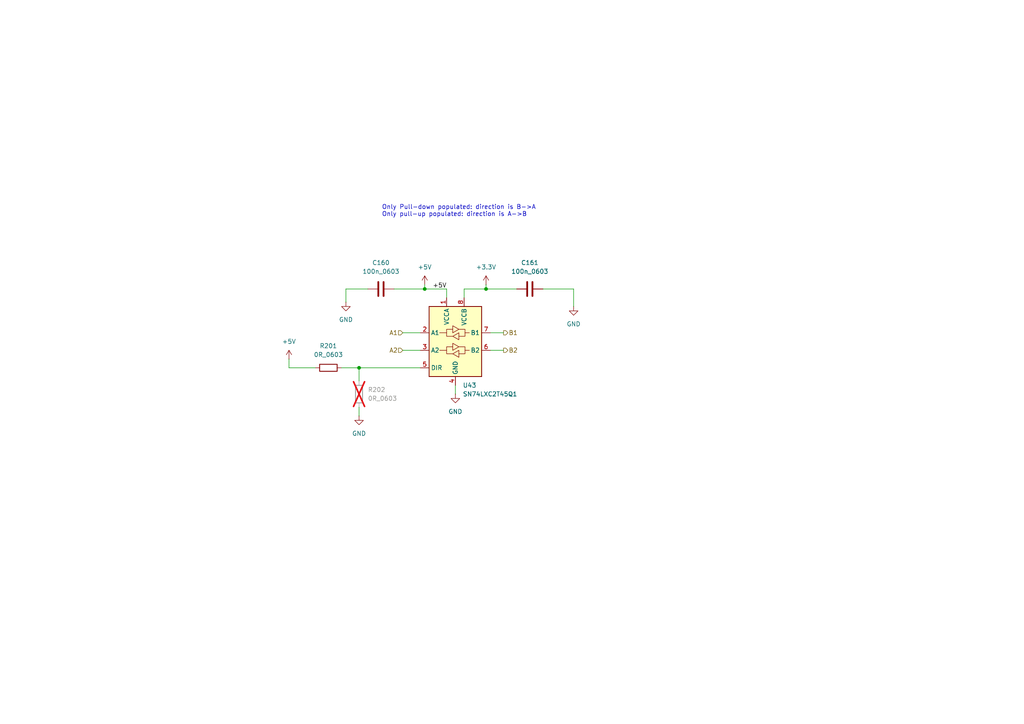
<source format=kicad_sch>
(kicad_sch (version 20250114) (generator "eeschema") (generator_version "9.0")
  (paper "A4")
  (lib_symbols
    (symbol "MYLIB_Misc:SN74LXC2T45Q1"
      (property "Reference" "U" (at -6.35 12.7 0))
      (property "Value" "SN74LXC2T45Q1" (at 11.684 11.684 0))
      (symbol "SN74LXC2T45Q1_0_1"
        (rectangle (start -7.62 10.16) (end 7.62 -10.16) (stroke (width 0.254)) (fill (type background)))
        (polyline (pts (xy -2.54 2.54) (xy -2.54 3.556) (xy -0.762 3.556)))
        (polyline (pts (xy -0.762 2.54) (xy -0.762 4.572) (xy 1.016 3.556) (xy -0.762 2.54)))
        (polyline (pts (xy -0.762 1.524) (xy -2.54 1.524) (xy -2.54 2.54) (xy -4.572 2.54)))
        (polyline (pts (xy 1.016 3.556) (xy 2.794 3.556) (xy 2.794 2.54) (xy 4.064 2.54)))
        (polyline (pts (xy 1.016 2.54) (xy 1.016 0.762) (xy 1.016 0.508) (xy -0.762 1.524) (xy 1.016 2.54)))
        (polyline (pts (xy 2.794 2.54) (xy 2.794 1.524) (xy 1.016 1.524)))
      )
      (symbol "SN74LXC2T45Q1_1_1"
        (polyline (pts (xy -2.54 -2.54) (xy -2.54 -1.524) (xy -0.762 -1.524)))
        (polyline (pts (xy -0.762 -2.54) (xy -0.762 -0.508) (xy 1.016 -1.524) (xy -0.762 -2.54)))
        (polyline (pts (xy -0.762 -3.556) (xy -2.54 -3.556) (xy -2.54 -2.54) (xy -4.572 -2.54)))
        (polyline (pts (xy 1.016 -1.524) (xy 2.794 -1.524) (xy 2.794 -2.54) (xy 4.064 -2.54)))
        (polyline (pts (xy 1.016 -2.54) (xy 1.016 -4.318) (xy 1.016 -4.572) (xy -0.762 -3.556) (xy 1.016 -2.54)))
        (polyline (pts (xy 2.794 -2.54) (xy 2.794 -3.556) (xy 1.016 -3.556)))
        (pin bidirectional line (at -10.16 2.54 0) (length 2.54) (name "A1") (number "2"))
        (pin bidirectional line (at -10.16 -2.54 0) (length 2.54) (name "A2") (number "3"))
        (pin input line (at -10.16 -7.62 0) (length 2.54) (name "DIR") (number "5"))
        (pin power_in line (at -2.54 12.7 270) (length 2.54) (name "VCCA") (number "1"))
        (pin power_in line (at 0 -12.7 90) (length 2.54) (name "GND") (number "4"))
        (pin power_in line (at 2.54 12.7 270) (length 2.54) (name "VCCB") (number "8"))
        (pin bidirectional line (at 10.16 2.54 180) (length 2.54) (name "B1") (number "7"))
        (pin bidirectional line (at 10.16 -2.54 180) (length 2.54) (name "B2") (number "6"))
      )
    )
    (symbol "WLIB_C:100n_0603" (pin_numbers (hide yes)) (pin_names (offset 0.254))
      (property "Reference" "C" (at 0.635 2.54 0))
      (property "Value" "100n_0603" (at 0.635 -2.54 0))
      (symbol "100n_0603_0_1"
        (polyline (pts (xy -2.032 0.762) (xy 2.032 0.762)) (stroke (width 0.508)))
        (polyline (pts (xy -2.032 -0.762) (xy 2.032 -0.762)) (stroke (width 0.508)))
      )
      (symbol "100n_0603_1_1"
        (pin passive line (at 0 3.81 270) (length 2.794) (name "~") (number "1"))
        (pin passive line (at 0 -3.81 90) (length 2.794) (name "~") (number "2"))
      )
    )
    (symbol "WLIB_R:0R_0603" (pin_numbers (hide yes)) (pin_names (offset 0))
      (property "Reference" "R" (at 2.032 0 90))
      (property "Value" "0R_0603" (at -2.54 0 90))
      (symbol "0R_0603_0_1"
        (rectangle (start -1.016 -2.54) (end 1.016 2.54) (stroke (width 0.254)))
      )
      (symbol "0R_0603_1_1"
        (pin passive line (at 0 3.81 270) (length 1.27) (name "~") (number "1"))
        (pin passive line (at 0 -3.81 90) (length 1.27) (name "~") (number "2"))
      )
    )
    (symbol "power:+3.3V" (power) (pin_numbers (hide yes)) (pin_names (offset 0) (hide yes))
      (property "Value" "+3.3V" (at 0 3.556 0))
      (symbol "+3.3V_0_1"
        (polyline (pts (xy -0.762 1.27) (xy 0 2.54)))
        (polyline (pts (xy 0 2.54) (xy 0.762 1.27)))
        (polyline (pts (xy 0 0) (xy 0 2.54)))
      )
      (symbol "+3.3V_1_1"
        (pin power_in line (at 0 0 90) (length 0) (name "~") (number "1"))
      )
    )
    (symbol "power:+5V" (power) (pin_numbers (hide yes)) (pin_names (offset 0) (hide yes))
      (property "Value" "+5V" (at 0 3.556 0))
      (symbol "+5V_0_1"
        (polyline (pts (xy -0.762 1.27) (xy 0 2.54)))
        (polyline (pts (xy 0 2.54) (xy 0.762 1.27)))
        (polyline (pts (xy 0 0) (xy 0 2.54)))
      )
      (symbol "+5V_1_1"
        (pin power_in line (at 0 0 90) (length 0) (name "~") (number "1"))
      )
    )
    (symbol "power:GND" (power) (pin_numbers (hide yes)) (pin_names (offset 0) (hide yes))
      (property "Value" "GND" (at 0 -3.81 0))
      (symbol "GND_0_1"
        (polyline (pts (xy 0 0) (xy 0 -1.27) (xy 1.27 -1.27) (xy 0 -2.54) (xy -1.27 -1.27) (xy 0 -1.27)))
      )
      (symbol "GND_1_1"
        (pin power_in line (at 0 0 270) (length 0) (name "~") (number "1"))
      )
    )
  )
  (text "Only Pull-down populated: direction is B->A\nOnly pull-up populated: direction is A->B" (at 110.744 61.214 0) (effects (font (size 1.27 1.27)) (justify left)))
  (junction (at 123.19 83.82))
  (junction (at 140.97 83.82))
  (junction (at 104.14 106.68))
  (wire (pts (xy 140.97 82.55) (xy 140.97 83.82)))
  (wire (pts (xy 123.19 82.55) (xy 123.19 83.82)))
  (wire (pts (xy 140.97 83.82) (xy 134.62 83.82)))
  (wire (pts (xy 114.3 83.82) (xy 123.19 83.82)))
  (wire (pts (xy 104.14 106.68) (xy 104.14 110.49)))
  (wire (pts (xy 104.14 118.11) (xy 104.14 120.65)))
  (wire (pts (xy 142.24 96.52) (xy 146.05 96.52)))
  (wire (pts (xy 104.14 106.68) (xy 121.92 106.68)))
  (wire (pts (xy 157.48 83.82) (xy 166.37 83.82)))
  (wire (pts (xy 99.06 106.68) (xy 104.14 106.68)))
  (wire (pts (xy 83.82 106.68) (xy 91.44 106.68)))
  (wire (pts (xy 123.19 83.82) (xy 129.54 83.82)))
  (wire (pts (xy 83.82 104.14) (xy 83.82 106.68)))
  (wire (pts (xy 140.97 83.82) (xy 149.86 83.82)))
  (wire (pts (xy 129.54 83.82) (xy 129.54 86.36)))
  (wire (pts (xy 134.62 83.82) (xy 134.62 86.36)))
  (wire (pts (xy 116.84 101.6) (xy 121.92 101.6)))
  (wire (pts (xy 166.37 83.82) (xy 166.37 88.9)))
  (wire (pts (xy 132.08 111.76) (xy 132.08 114.3)))
  (wire (pts (xy 100.33 83.82) (xy 100.33 87.63)))
  (wire (pts (xy 116.84 96.52) (xy 121.92 96.52)))
  (wire (pts (xy 106.68 83.82) (xy 100.33 83.82)))
  (wire (pts (xy 142.24 101.6) (xy 146.05 101.6)))
  (label "+5V" (at 129.54 83.82 180))
  (hierarchical_label "B2" (shape output) (at 146.05 101.6 0))
  (hierarchical_label "A1" (shape input) (at 116.84 96.52 180))
  (hierarchical_label "A2" (shape input) (at 116.84 101.6 180))
  (hierarchical_label "B1" (shape output) (at 146.05 96.52 0))
  (symbol (lib_id "power:GND") (at 166.37 88.9 0) (unit 1)
    (property "Reference" "#PWR0226" (effects (hide yes)))
    (property "Value" "GND" (at 166.37 93.98 0))
    (property "Description" "Power symbol creates a global label with name \"GND\" , ground" (effects (hide yes)))
    (instances (project "FPGA_Board_BA" (path "" (reference "#PWR0260") (unit 1)) (path "" (reference "#PWR0226") (unit 1))))
  )
  (symbol (lib_id "MYLIB_Misc:SN74LXC2T45Q1") (at 132.08 99.06 0) (unit 1)
    (property "Reference" "U37" (at 134.2233 111.76 0) (effects (justify left)))
    (property "Value" "SN74LXC2T45Q1" (at 134.2233 114.3 0) (effects (justify left)))
    (property "Footprint" "MYLIB_Misc:SN74LXC2T45QDCURQ1" (effects (hide yes)))
    (property "Datasheet" "https://www.ti.com/lit/ds/symlink/sn74lxc2t45-q1.pdf?ts=1763370162012&ref_url=https%253A%252F%252Fwww.ti.com%252Fproduct%252FSN74LXC2T45-Q1%252Fpart-details%252FSN74LXC2T45QDCURQ1%253Futm_source%253Dgoogle%2526utm_medium%253Dcpc%2526utm_campaign%253Dasc-null-null-asc_opn_en-cpc-storeic-google-eu_en_pur%2526utm_content%253DDevice%2526ds_k%253DSN74LXC2T45QDCURQ1%2526DCM%253Dyes%2526gclsrc%253Daw.ds%2526gad_source%253D1%2526gad_campaignid%253D11662144970%2526gbraid%253D0AAAAAC068F39eJFhDO7IAjRN0B7HR1F_u%2526gclid%253DEAIaIQobChMI07vhqun4kAMVZZiDBx1M-Tl6EAAYASAAEgKyXPD_BwE" (effects (hide yes)))
    (property "Description" "dual-bit, dual-supply noninverting bidirectional level shifter. If dir = high, A -> B" (effects (hide yes)))
    (property "Mouser nr" "595-74LXC2T45QDCURQ1" (effects (hide yes)))
    (instances (project "FPGA_Board_BA" (path "" (reference "U43") (unit 1)) (path "" (reference "U37") (unit 1))))
  )
  (symbol (lib_id "power:GND") (at 132.08 114.3 0) (unit 1)
    (property "Reference" "#PWR0224" (effects (hide yes)))
    (property "Value" "GND" (at 132.08 119.38 0))
    (property "Description" "Power symbol creates a global label with name \"GND\" , ground" (effects (hide yes)))
    (instances (project "FPGA_Board_BA" (path "" (reference "#PWR0258") (unit 1)) (path "" (reference "#PWR0224") (unit 1))))
  )
  (symbol (lib_id "power:GND") (at 100.33 87.63 0) (unit 1)
    (property "Reference" "#PWR0221" (effects (hide yes)))
    (property "Value" "GND" (at 100.33 92.71 0))
    (property "Description" "Power symbol creates a global label with name \"GND\" , ground" (effects (hide yes)))
    (instances (project "FPGA_Board_BA" (path "" (reference "#PWR0255") (unit 1)) (path "" (reference "#PWR0221") (unit 1))))
  )
  (symbol (lib_id "WLIB_R:0R_0603") (at 95.25 106.68 90) (unit 1)
    (property "Reference" "R181" (at 95.25 100.33 90))
    (property "Value" "0R_0603" (at 95.25 102.87 90))
    (property "Footprint" "Resistor_SMD:R_0603_1608Metric" (effects (hide yes)))
    (property "Datasheet" "https://www.farnell.com/datasheets/2869757.pdf" (effects (hide yes)))
    (property "Description" "Jumper Resistor" (effects (hide yes)))
    (property "FARNELL" "2309111" (effects (hide yes)))
    (property "Rated Power" "100mW" (effects (hide yes)))
    (instances (project "FPGA_Board_BA" (path "" (reference "R201") (unit 1)) (path "" (reference "R181") (unit 1))))
  )
  (symbol (lib_id "power:+5V") (at 83.82 104.14 0) (unit 1)
    (property "Reference" "#PWR0220" (effects (hide yes)))
    (property "Value" "+5V" (at 83.82 99.06 0))
    (property "Description" "Power symbol creates a global label with name \"+5V\"" (effects (hide yes)))
    (instances (project "FPGA_Board_BA" (path "" (reference "#PWR0254") (unit 1)) (path "" (reference "#PWR0220") (unit 1))))
  )
  (symbol (lib_id "WLIB_R:0R_0603") (at 104.14 114.3 180) (unit 1) (dnp yes)
    (property "Reference" "R182" (at 106.68 113.0299 0) (effects (justify right)))
    (property "Value" "0R_0603" (at 106.68 115.5699 0) (effects (justify right)))
    (property "Footprint" "Resistor_SMD:R_0603_1608Metric" (effects (hide yes)))
    (property "Datasheet" "https://www.farnell.com/datasheets/2869757.pdf" (effects (hide yes)))
    (property "Description" "Jumper Resistor" (effects (hide yes)))
    (property "FARNELL" "2309111" (effects (hide yes)))
    (property "Rated Power" "100mW" (effects (hide yes)))
    (instances (project "FPGA_Board_BA" (path "" (reference "R202") (unit 1)) (path "" (reference "R182") (unit 1))))
  )
  (symbol (lib_id "power:+5V") (at 123.19 82.55 0) (unit 1)
    (property "Reference" "#PWR0223" (effects (hide yes)))
    (property "Value" "+5V" (at 123.19 77.47 0))
    (property "Description" "Power symbol creates a global label with name \"+5V\"" (effects (hide yes)))
    (instances (project "FPGA_Board_BA" (path "" (reference "#PWR0257") (unit 1)) (path "" (reference "#PWR0223") (unit 1))))
  )
  (symbol (lib_id "WLIB_C:100n_0603") (at 110.49 83.82 90) (unit 1)
    (property "Reference" "C150" (at 110.49 76.2 90))
    (property "Value" "100n_0603" (at 110.49 78.74 90))
    (property "Footprint" "WLIB_Capacitor:C_0603" (effects (hide yes)))
    (property "Datasheet" "https://www.farnell.com/datasheets/2860632.pdf" (effects (hide yes)))
    (property "Description" "Unpolarized capacitor SMD MLCC" (effects (hide yes)))
    (property "FARNELL" "1759037" (effects (hide yes)))
    (property "VDC" "25V" (effects (hide yes)))
    (property "JLCPCB" "C2762593" (effects (hide yes)))
    (instances (project "FPGA_Board_BA" (path "" (reference "C160") (unit 1)) (path "" (reference "C150") (unit 1))))
  )
  (symbol (lib_id "power:+3.3V") (at 140.97 82.55 0) (unit 1)
    (property "Reference" "#PWR0225" (effects (hide yes)))
    (property "Value" "+3.3V" (at 140.97 77.47 0))
    (property "Description" "Power symbol creates a global label with name \"+3.3V\"" (effects (hide yes)))
    (instances (project "FPGA_Board_BA" (path "" (reference "#PWR0259") (unit 1)) (path "" (reference "#PWR0225") (unit 1))))
  )
  (symbol (lib_id "WLIB_C:100n_0603") (at 153.67 83.82 90) (unit 1)
    (property "Reference" "C151" (at 153.67 76.2 90))
    (property "Value" "100n_0603" (at 153.67 78.74 90))
    (property "Footprint" "WLIB_Capacitor:C_0603" (effects (hide yes)))
    (property "Datasheet" "https://www.farnell.com/datasheets/2860632.pdf" (effects (hide yes)))
    (property "Description" "Unpolarized capacitor SMD MLCC" (effects (hide yes)))
    (property "FARNELL" "1759037" (effects (hide yes)))
    (property "VDC" "25V" (effects (hide yes)))
    (property "JLCPCB" "C2762593" (effects (hide yes)))
    (instances (project "FPGA_Board_BA" (path "" (reference "C161") (unit 1)) (path "" (reference "C151") (unit 1))))
  )
  (symbol (lib_id "power:GND") (at 104.14 120.65 0) (unit 1)
    (property "Reference" "#PWR0222" (effects (hide yes)))
    (property "Value" "GND" (at 104.14 125.73 0))
    (property "Description" "Power symbol creates a global label with name \"GND\" , ground" (effects (hide yes)))
    (instances (project "FPGA_Board_BA" (path "" (reference "#PWR0256") (unit 1)) (path "" (reference "#PWR0222") (unit 1))))
  )
)
</source>
